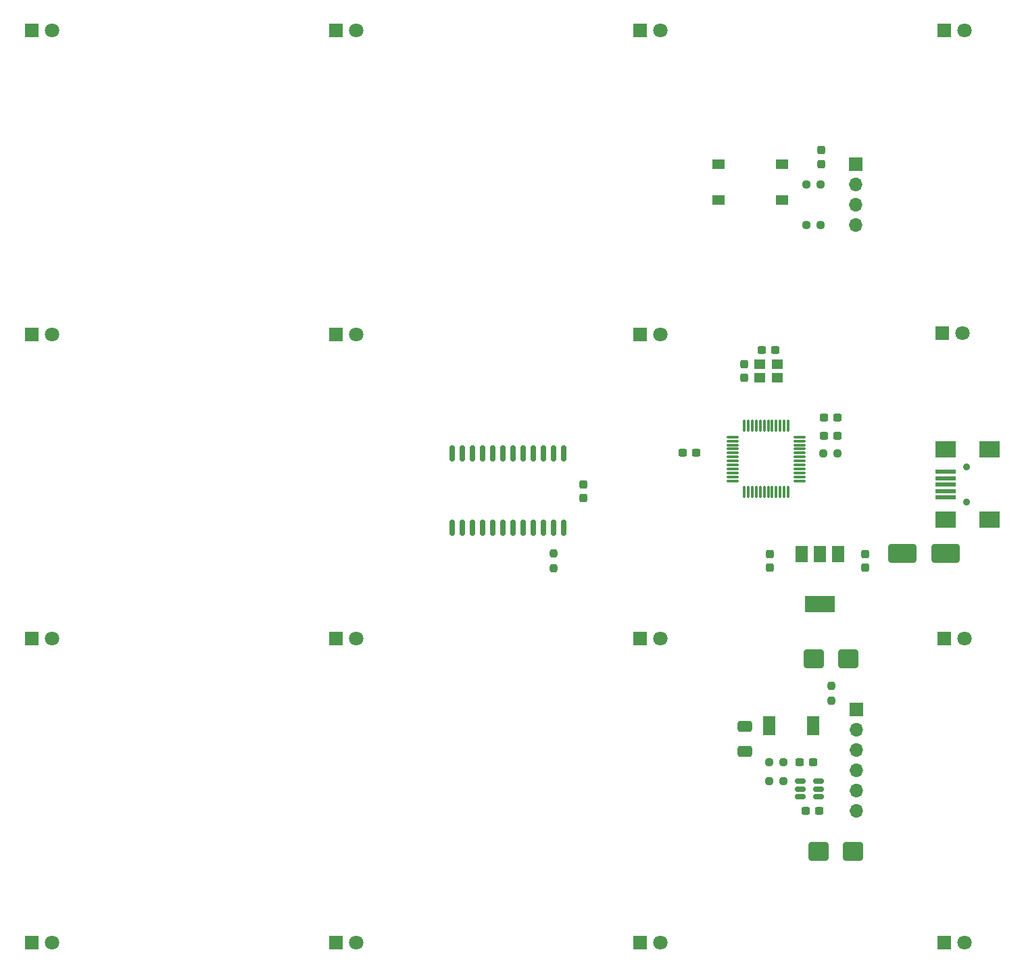
<source format=gbr>
%TF.GenerationSoftware,KiCad,Pcbnew,7.0.10*%
%TF.CreationDate,2024-05-15T16:53:24+02:00*%
%TF.ProjectId,ledrunner,6c656472-756e-46e6-9572-2e6b69636164,rev?*%
%TF.SameCoordinates,Original*%
%TF.FileFunction,Soldermask,Top*%
%TF.FilePolarity,Negative*%
%FSLAX46Y46*%
G04 Gerber Fmt 4.6, Leading zero omitted, Abs format (unit mm)*
G04 Created by KiCad (PCBNEW 7.0.10) date 2024-05-15 16:53:24*
%MOMM*%
%LPD*%
G01*
G04 APERTURE LIST*
G04 Aperture macros list*
%AMRoundRect*
0 Rectangle with rounded corners*
0 $1 Rounding radius*
0 $2 $3 $4 $5 $6 $7 $8 $9 X,Y pos of 4 corners*
0 Add a 4 corners polygon primitive as box body*
4,1,4,$2,$3,$4,$5,$6,$7,$8,$9,$2,$3,0*
0 Add four circle primitives for the rounded corners*
1,1,$1+$1,$2,$3*
1,1,$1+$1,$4,$5*
1,1,$1+$1,$6,$7*
1,1,$1+$1,$8,$9*
0 Add four rect primitives between the rounded corners*
20,1,$1+$1,$2,$3,$4,$5,0*
20,1,$1+$1,$4,$5,$6,$7,0*
20,1,$1+$1,$6,$7,$8,$9,0*
20,1,$1+$1,$8,$9,$2,$3,0*%
G04 Aperture macros list end*
%ADD10RoundRect,0.250000X-0.650000X0.412500X-0.650000X-0.412500X0.650000X-0.412500X0.650000X0.412500X0*%
%ADD11R,1.400000X1.200000*%
%ADD12RoundRect,0.237500X0.237500X-0.300000X0.237500X0.300000X-0.237500X0.300000X-0.237500X-0.300000X0*%
%ADD13RoundRect,0.237500X0.300000X0.237500X-0.300000X0.237500X-0.300000X-0.237500X0.300000X-0.237500X0*%
%ADD14R,1.800000X1.800000*%
%ADD15C,1.800000*%
%ADD16RoundRect,0.237500X0.250000X0.237500X-0.250000X0.237500X-0.250000X-0.237500X0.250000X-0.237500X0*%
%ADD17RoundRect,0.237500X-0.237500X0.300000X-0.237500X-0.300000X0.237500X-0.300000X0.237500X0.300000X0*%
%ADD18RoundRect,0.250000X1.000000X0.900000X-1.000000X0.900000X-1.000000X-0.900000X1.000000X-0.900000X0*%
%ADD19R,1.700000X1.700000*%
%ADD20O,1.700000X1.700000*%
%ADD21RoundRect,0.237500X-0.300000X-0.237500X0.300000X-0.237500X0.300000X0.237500X-0.300000X0.237500X0*%
%ADD22RoundRect,0.075000X-0.075000X0.662500X-0.075000X-0.662500X0.075000X-0.662500X0.075000X0.662500X0*%
%ADD23RoundRect,0.075000X-0.662500X0.075000X-0.662500X-0.075000X0.662500X-0.075000X0.662500X0.075000X0*%
%ADD24C,0.900000*%
%ADD25R,2.500000X0.500000*%
%ADD26R,2.500000X2.000000*%
%ADD27RoundRect,0.237500X-0.250000X-0.237500X0.250000X-0.237500X0.250000X0.237500X-0.250000X0.237500X0*%
%ADD28R,1.500000X2.000000*%
%ADD29R,3.800000X2.000000*%
%ADD30R,1.550000X1.300000*%
%ADD31RoundRect,0.250000X-1.000000X-0.900000X1.000000X-0.900000X1.000000X0.900000X-1.000000X0.900000X0*%
%ADD32RoundRect,0.237500X0.237500X-0.250000X0.237500X0.250000X-0.237500X0.250000X-0.237500X-0.250000X0*%
%ADD33RoundRect,0.150000X-0.150000X0.875000X-0.150000X-0.875000X0.150000X-0.875000X0.150000X0.875000X0*%
%ADD34RoundRect,0.150000X-0.512500X-0.150000X0.512500X-0.150000X0.512500X0.150000X-0.512500X0.150000X0*%
%ADD35R,1.500000X2.400000*%
%ADD36RoundRect,0.237500X-0.237500X0.250000X-0.237500X-0.250000X0.237500X-0.250000X0.237500X0.250000X0*%
%ADD37RoundRect,0.250000X1.500000X0.900000X-1.500000X0.900000X-1.500000X-0.900000X1.500000X-0.900000X0*%
G04 APERTURE END LIST*
D10*
%TO.C,C10*%
X127441000Y-131636500D03*
X127441000Y-134761500D03*
%TD*%
D11*
%TO.C,Y2*%
X129295000Y-87986000D03*
X131495000Y-87986000D03*
X131495000Y-86286000D03*
X129295000Y-86286000D03*
%TD*%
D12*
%TO.C,C12*%
X127344000Y-87960500D03*
X127344000Y-86235500D03*
%TD*%
D13*
%TO.C,C11*%
X131267500Y-84462000D03*
X129542500Y-84462000D03*
%TD*%
D14*
%TO.C,D12*%
X152400000Y-120650000D03*
D15*
X154940000Y-120650000D03*
%TD*%
D16*
%TO.C,R10*%
X132292500Y-138467000D03*
X130467500Y-138467000D03*
%TD*%
D17*
%TO.C,C1*%
X142493000Y-110032500D03*
X142493000Y-111757500D03*
%TD*%
D14*
%TO.C,D5*%
X38100000Y-82550000D03*
D15*
X40640000Y-82550000D03*
%TD*%
D18*
%TO.C,D17*%
X140416000Y-123225000D03*
X136116000Y-123225000D03*
%TD*%
D19*
%TO.C,J3*%
X141351000Y-61214000D03*
D20*
X141351000Y-63754000D03*
X141351000Y-66294000D03*
X141351000Y-68834000D03*
%TD*%
D21*
%TO.C,C9*%
X134265500Y-136144000D03*
X135990500Y-136144000D03*
%TD*%
D22*
%TO.C,U2*%
X132869000Y-93976500D03*
X132369000Y-93976500D03*
X131869000Y-93976500D03*
X131369000Y-93976500D03*
X130869000Y-93976500D03*
X130369000Y-93976500D03*
X129869000Y-93976500D03*
X129369000Y-93976500D03*
X128869000Y-93976500D03*
X128369000Y-93976500D03*
X127869000Y-93976500D03*
X127369000Y-93976500D03*
D23*
X125956500Y-95389000D03*
X125956500Y-95889000D03*
X125956500Y-96389000D03*
X125956500Y-96889000D03*
X125956500Y-97389000D03*
X125956500Y-97889000D03*
X125956500Y-98389000D03*
X125956500Y-98889000D03*
X125956500Y-99389000D03*
X125956500Y-99889000D03*
X125956500Y-100389000D03*
X125956500Y-100889000D03*
D22*
X127369000Y-102301500D03*
X127869000Y-102301500D03*
X128369000Y-102301500D03*
X128869000Y-102301500D03*
X129369000Y-102301500D03*
X129869000Y-102301500D03*
X130369000Y-102301500D03*
X130869000Y-102301500D03*
X131369000Y-102301500D03*
X131869000Y-102301500D03*
X132369000Y-102301500D03*
X132869000Y-102301500D03*
D23*
X134281500Y-100889000D03*
X134281500Y-100389000D03*
X134281500Y-99889000D03*
X134281500Y-99389000D03*
X134281500Y-98889000D03*
X134281500Y-98389000D03*
X134281500Y-97889000D03*
X134281500Y-97389000D03*
X134281500Y-96889000D03*
X134281500Y-96389000D03*
X134281500Y-95889000D03*
X134281500Y-95389000D03*
%TD*%
D14*
%TO.C,D8*%
X152200413Y-82407478D03*
D15*
X154740413Y-82407478D03*
%TD*%
D14*
%TO.C,D16*%
X152400000Y-158750000D03*
D15*
X154940000Y-158750000D03*
%TD*%
D24*
%TO.C,J1*%
X155219000Y-103563000D03*
X155219000Y-99163000D03*
D25*
X152619000Y-102963000D03*
X152619000Y-102163000D03*
X152619000Y-101363000D03*
X152619000Y-100563000D03*
X152619000Y-99763000D03*
D26*
X152619000Y-105763000D03*
X158119000Y-105763000D03*
X152619000Y-96963000D03*
X158119000Y-96963000D03*
%TD*%
D19*
%TO.C,J2*%
X141421000Y-129550000D03*
D20*
X141421000Y-132090000D03*
X141421000Y-134630000D03*
X141421000Y-137170000D03*
X141421000Y-139710000D03*
X141421000Y-142250000D03*
%TD*%
D27*
%TO.C,R3*%
X137248724Y-97449776D03*
X139073724Y-97449776D03*
%TD*%
D28*
%TO.C,U1*%
X139173000Y-110033000D03*
X136873000Y-110033000D03*
D29*
X136873000Y-116333000D03*
D28*
X134573000Y-110033000D03*
%TD*%
D14*
%TO.C,D9*%
X38100000Y-120650000D03*
D15*
X40640000Y-120650000D03*
%TD*%
D14*
%TO.C,D1*%
X38100000Y-44450000D03*
D15*
X40640000Y-44450000D03*
%TD*%
D14*
%TO.C,D6*%
X76200000Y-82550000D03*
D15*
X78740000Y-82550000D03*
%TD*%
D27*
%TO.C,R9*%
X130470500Y-136137000D03*
X132295500Y-136137000D03*
%TD*%
%TO.C,R1*%
X135128500Y-63762000D03*
X136953500Y-63762000D03*
%TD*%
D14*
%TO.C,D11*%
X114300000Y-120650000D03*
D15*
X116840000Y-120650000D03*
%TD*%
D17*
%TO.C,C2*%
X130585000Y-110032500D03*
X130585000Y-111757500D03*
%TD*%
D30*
%TO.C,SW1*%
X124160000Y-61199000D03*
X132110000Y-61199000D03*
X124160000Y-65699000D03*
X132110000Y-65699000D03*
%TD*%
D31*
%TO.C,D18*%
X136698000Y-147309000D03*
X140998000Y-147309000D03*
%TD*%
D32*
%TO.C,R11*%
X138296000Y-128396500D03*
X138296000Y-126571500D03*
%TD*%
D14*
%TO.C,D2*%
X76200000Y-44450000D03*
D15*
X78740000Y-44450000D03*
%TD*%
D27*
%TO.C,R2*%
X135128500Y-68812000D03*
X136953500Y-68812000D03*
%TD*%
D13*
%TO.C,C4*%
X121384500Y-97318000D03*
X119659500Y-97318000D03*
%TD*%
D14*
%TO.C,D13*%
X38100000Y-158750000D03*
D15*
X40640000Y-158750000D03*
%TD*%
D14*
%TO.C,D15*%
X114300000Y-158750000D03*
D15*
X116840000Y-158750000D03*
%TD*%
D12*
%TO.C,C7*%
X107181000Y-103073500D03*
X107181000Y-101348500D03*
%TD*%
D14*
%TO.C,D14*%
X76200000Y-158750000D03*
D15*
X78740000Y-158750000D03*
%TD*%
D13*
%TO.C,C8*%
X136776500Y-142233000D03*
X135051500Y-142233000D03*
%TD*%
D33*
%TO.C,U3*%
X104775000Y-97458000D03*
X103505000Y-97458000D03*
X102235000Y-97458000D03*
X100965000Y-97458000D03*
X99695000Y-97458000D03*
X98425000Y-97458000D03*
X97155000Y-97458000D03*
X95885000Y-97458000D03*
X94615000Y-97458000D03*
X93345000Y-97458000D03*
X92075000Y-97458000D03*
X90805000Y-97458000D03*
X90805000Y-106758000D03*
X92075000Y-106758000D03*
X93345000Y-106758000D03*
X94615000Y-106758000D03*
X95885000Y-106758000D03*
X97155000Y-106758000D03*
X98425000Y-106758000D03*
X99695000Y-106758000D03*
X100965000Y-106758000D03*
X102235000Y-106758000D03*
X103505000Y-106758000D03*
X104775000Y-106758000D03*
%TD*%
D12*
%TO.C,C3*%
X137027000Y-61186500D03*
X137027000Y-59461500D03*
%TD*%
D34*
%TO.C,U4*%
X134422500Y-138546000D03*
X134422500Y-139496000D03*
X134422500Y-140446000D03*
X136697500Y-140446000D03*
X136697500Y-139496000D03*
X136697500Y-138546000D03*
%TD*%
D14*
%TO.C,D7*%
X114300000Y-82550000D03*
D15*
X116840000Y-82550000D03*
%TD*%
D35*
%TO.C,L1*%
X136008000Y-131576000D03*
X130508000Y-131576000D03*
%TD*%
D21*
%TO.C,C5*%
X137313500Y-95250000D03*
X139038500Y-95250000D03*
%TD*%
D14*
%TO.C,D3*%
X114300000Y-44450000D03*
D15*
X116840000Y-44450000D03*
%TD*%
D14*
%TO.C,D4*%
X152400000Y-44450000D03*
D15*
X154940000Y-44450000D03*
%TD*%
D21*
%TO.C,C6*%
X137313500Y-92964000D03*
X139038500Y-92964000D03*
%TD*%
D14*
%TO.C,D10*%
X76200000Y-120650000D03*
D15*
X78740000Y-120650000D03*
%TD*%
D36*
%TO.C,R8*%
X103497000Y-110014500D03*
X103497000Y-111839500D03*
%TD*%
D37*
%TO.C,K1*%
X152616000Y-109993000D03*
X147216000Y-109993000D03*
%TD*%
M02*

</source>
